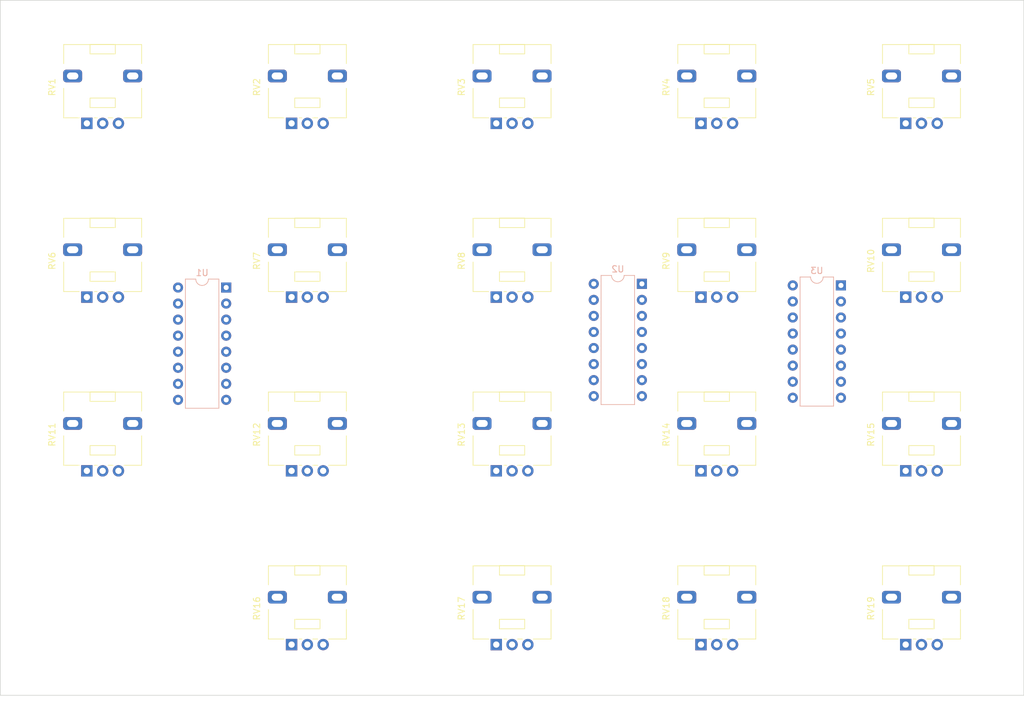
<source format=kicad_pcb>
(kicad_pcb (version 20221018) (generator pcbnew)
  (layers (0 "F.Cu" signal) (31 "B.Cu" signal) (34 "B.Paste" user) (35 "F.Paste" user) (36 "B.SilkS" user "B.Silkscreen") (37 "F.SilkS" user "F.Silkscreen") (38 "B.Mask" user) (39 "F.Mask" user) (44 "Edge.Cuts" user))
  (net 0 "")
  (net 1 "+3.3V")
  (net 2 "GND")
  (net 3 "SIG_POT1")
  (net 4 "SIG_POT2")
  (net 6 "MUX_S2")
  (net 7 "MUX_S1")
  (net 8 "MUX_S0")
  (net 9 "+5V")
  (net 10 "SIG_POT3")
  (net 11 "SIG_POT4")
  (net 12 "SIG_POT5")
  (net 13 "SIG_POT6")
  (net 14 "SIG_POT7")
  (net 15 "SIG_POT8")
  (net 16 "SIG_POT9")
  (net 17 "SIG_POT10")
  (net 18 "SIG_POT11")
  (net 19 "SIG_POT12")
  (net 20 "SIG_POT13")
  (net 21 "SIG_POT14")
  (net 22 "SIG_POT15")
  (net 23 "SIG_POT16")
  (net 24 "SIG_POT17")
  (net 25 "SIG_POT18")
  (net 26 "SIG_POT19")
  (net 27 "SIG_BTN1")
  (footprint "Potentiometer_THT:Potentiometer_Alps_RK09L_Single_Vertical" (layer "F.Cu") (at 66.1 121.975 90)
    (fp_text reference "RV16" (at 5.725 -5.5 90) (layer "F.SilkS"))
    (fp_text value "R_Potentiometer")
    (fp_line (start 0.88 -3.67) (end 0.88 -1.2) (stroke (width 0.12)) (layer "F.SilkS"))
    (fp_line (start 0.88 -3.67) (end 5.546 -3.67) (stroke (width 0.12)) (layer "F.SilkS"))
    (fp_line (start 0.88 1.2) (end 0.88 1.63) (stroke (width 0.12)) (layer "F.SilkS"))
    (fp_line (start 0.88 3.371) (end 0.88 4.13) (stroke (width 0.12)) (layer "F.SilkS"))
    (fp_line (start 0.88 5.87) (end 0.88 8.67) (stroke (width 0.12)) (layer "F.SilkS"))
    (fp_line (start 0.88 8.67) (end 5.546 8.67) (stroke (width 0.12)) (layer "F.SilkS"))
    (fp_line (start 9.455 -3.67) (end 12.47 -3.67) (stroke (width 0.12)) (layer "F.SilkS"))
    (fp_line (start 9.455 8.67) (end 12.47 8.67) (stroke (width 0.12)) (layer "F.SilkS"))
    (fp_line (start 12.47 -3.67) (end 12.47 8.67) (stroke (width 0.12)) (layer "F.SilkS"))
    (fp_rect (start 2.5 0.5) (end 4 4.5) (stroke (width 0.12)) (fill none) (layer "F.SilkS"))
    (fp_rect (start 11 0.5) (end 12.5 4.5) (stroke (width 0.12)) (fill none) (layer "F.SilkS"))
    (pad "1" thru_hole rect (at 0 0 90) (size 1.8 1.8) (drill 1) (layers "*.Cu" "*.Mask") (net 2 "GND"))
    (pad "2" thru_hole circle (at 0 2.5 90) (size 1.8 1.8) (drill 1) (layers "*.Cu" "*.Mask") (net 23 "SIG_POT16"))
    (pad "3" thru_hole circle (at 0 5 90) (size 1.8 1.8) (drill 1) (layers "*.Cu" "*.Mask") (net 1 "+3.3V"))
    (pad "MP" thru_hole roundrect (at 7.5 -2.25 90) (size 2 3) (drill oval 1.1 1.8) (layers "*.Cu" "*.Mask"))
    (pad "MP" thru_hole roundrect (at 7.5 7.25 90) (size 2 3) (drill oval 1.1 1.8) (layers "*.Cu" "*.Mask"))
  )
  (footprint "Potentiometer_THT:Potentiometer_Alps_RK09L_Single_Vertical" (layer "F.Cu") (at 66.1 94.475 90)
    (fp_text reference "RV12" (at 5.725 -5.5 90) (layer "F.SilkS"))
    (fp_text value "R_Potentiometer")
    (fp_line (start 0.88 -3.67) (end 0.88 -1.2) (stroke (width 0.12)) (layer "F.SilkS"))
    (fp_line (start 0.88 -3.67) (end 5.546 -3.67) (stroke (width 0.12)) (layer "F.SilkS"))
    (fp_line (start 0.88 1.2) (end 0.88 1.63) (stroke (width 0.12)) (layer "F.SilkS"))
    (fp_line (start 0.88 3.371) (end 0.88 4.13) (stroke (width 0.12)) (layer "F.SilkS"))
    (fp_line (start 0.88 5.87) (end 0.88 8.67) (stroke (width 0.12)) (layer "F.SilkS"))
    (fp_line (start 0.88 8.67) (end 5.546 8.67) (stroke (width 0.12)) (layer "F.SilkS"))
    (fp_line (start 9.455 -3.67) (end 12.47 -3.67) (stroke (width 0.12)) (layer "F.SilkS"))
    (fp_line (start 9.455 8.67) (end 12.47 8.67) (stroke (width 0.12)) (layer "F.SilkS"))
    (fp_line (start 12.47 -3.67) (end 12.47 8.67) (stroke (width 0.12)) (layer "F.SilkS"))
    (fp_rect (start 2.5 0.5) (end 4 4.5) (stroke (width 0.12)) (fill none) (layer "F.SilkS"))
    (fp_rect (start 11 0.5) (end 12.5 4.5) (stroke (width 0.12)) (fill none) (layer "F.SilkS"))
    (pad "1" thru_hole rect (at 0 0 90) (size 1.8 1.8) (drill 1) (layers "*.Cu" "*.Mask") (net 2 "GND"))
    (pad "2" thru_hole circle (at 0 2.5 90) (size 1.8 1.8) (drill 1) (layers "*.Cu" "*.Mask") (net 19 "SIG_POT12"))
    (pad "3" thru_hole circle (at 0 5 90) (size 1.8 1.8) (drill 1) (layers "*.Cu" "*.Mask") (net 1 "+3.3V"))
    (pad "MP" thru_hole roundrect (at 7.5 -2.25 90) (size 2 3) (drill oval 1.1 1.8) (layers "*.Cu" "*.Mask"))
    (pad "MP" thru_hole roundrect (at 7.5 7.25 90) (size 2 3) (drill oval 1.1 1.8) (layers "*.Cu" "*.Mask"))
  )
  (footprint "Potentiometer_THT:Potentiometer_Alps_RK09L_Single_Vertical" (layer "F.Cu") (at 130.9 121.975 90)
    (fp_text reference "RV18" (at 5.725 -5.5 90) (layer "F.SilkS"))
    (fp_text value "R_Potentiometer")
    (fp_line (start 0.88 -3.67) (end 0.88 -1.2) (stroke (width 0.12)) (layer "F.SilkS"))
    (fp_line (start 0.88 -3.67) (end 5.546 -3.67) (stroke (width 0.12)) (layer "F.SilkS"))
    (fp_line (start 0.88 1.2) (end 0.88 1.63) (stroke (width 0.12)) (layer "F.SilkS"))
    (fp_line (start 0.88 3.371) (end 0.88 4.13) (stroke (width 0.12)) (layer "F.SilkS"))
    (fp_line (start 0.88 5.87) (end 0.88 8.67) (stroke (width 0.12)) (layer "F.SilkS"))
    (fp_line (start 0.88 8.67) (end 5.546 8.67) (stroke (width 0.12)) (layer "F.SilkS"))
    (fp_line (start 9.455 -3.67) (end 12.47 -3.67) (stroke (width 0.12)) (layer "F.SilkS"))
    (fp_line (start 9.455 8.67) (end 12.47 8.67) (stroke (width 0.12)) (layer "F.SilkS"))
    (fp_line (start 12.47 -3.67) (end 12.47 8.67) (stroke (width 0.12)) (layer "F.SilkS"))
    (fp_rect (start 2.5 0.5) (end 4 4.5) (stroke (width 0.12)) (fill none) (layer "F.SilkS"))
    (fp_rect (start 11 0.5) (end 12.5 4.5) (stroke (width 0.12)) (fill none) (layer "F.SilkS"))
    (pad "1" thru_hole rect (at 0 0 90) (size 1.8 1.8) (drill 1) (layers "*.Cu" "*.Mask") (net 2 "GND"))
    (pad "2" thru_hole circle (at 0 2.5 90) (size 1.8 1.8) (drill 1) (layers "*.Cu" "*.Mask") (net 25 "SIG_POT18"))
    (pad "3" thru_hole circle (at 0 5 90) (size 1.8 1.8) (drill 1) (layers "*.Cu" "*.Mask") (net 1 "+3.3V"))
    (pad "MP" thru_hole roundrect (at 7.5 -2.25 90) (size 2 3) (drill oval 1.1 1.8) (layers "*.Cu" "*.Mask"))
    (pad "MP" thru_hole roundrect (at 7.5 7.25 90) (size 2 3) (drill oval 1.1 1.8) (layers "*.Cu" "*.Mask"))
  )
  (footprint "Potentiometer_THT:Potentiometer_Alps_RK09L_Single_Vertical" (layer "F.Cu") (at 98.5 121.975 90)
    (fp_text reference "RV17" (at 5.725 -5.5 90) (layer "F.SilkS"))
    (fp_text value "R_Potentiometer")
    (fp_line (start 0.88 -3.67) (end 0.88 -1.2) (stroke (width 0.12)) (layer "F.SilkS"))
    (fp_line (start 0.88 -3.67) (end 5.546 -3.67) (stroke (width 0.12)) (layer "F.SilkS"))
    (fp_line (start 0.88 1.2) (end 0.88 1.63) (stroke (width 0.12)) (layer "F.SilkS"))
    (fp_line (start 0.88 3.371) (end 0.88 4.13) (stroke (width 0.12)) (layer "F.SilkS"))
    (fp_line (start 0.88 5.87) (end 0.88 8.67) (stroke (width 0.12)) (layer "F.SilkS"))
    (fp_line (start 0.88 8.67) (end 5.546 8.67) (stroke (width 0.12)) (layer "F.SilkS"))
    (fp_line (start 9.455 -3.67) (end 12.47 -3.67) (stroke (width 0.12)) (layer "F.SilkS"))
    (fp_line (start 9.455 8.67) (end 12.47 8.67) (stroke (width 0.12)) (layer "F.SilkS"))
    (fp_line (start 12.47 -3.67) (end 12.47 8.67) (stroke (width 0.12)) (layer "F.SilkS"))
    (fp_rect (start 2.5 0.5) (end 4 4.5) (stroke (width 0.12)) (fill none) (layer "F.SilkS"))
    (fp_rect (start 11 0.5) (end 12.5 4.5) (stroke (width 0.12)) (fill none) (layer "F.SilkS"))
    (pad "1" thru_hole rect (at 0 0 90) (size 1.8 1.8) (drill 1) (layers "*.Cu" "*.Mask") (net 2 "GND"))
    (pad "2" thru_hole circle (at 0 2.5 90) (size 1.8 1.8) (drill 1) (layers "*.Cu" "*.Mask") (net 24 "SIG_POT17"))
    (pad "3" thru_hole circle (at 0 5 90) (size 1.8 1.8) (drill 1) (layers "*.Cu" "*.Mask") (net 1 "+3.3V"))
    (pad "MP" thru_hole roundrect (at 7.5 -2.25 90) (size 2 3) (drill oval 1.1 1.8) (layers "*.Cu" "*.Mask"))
    (pad "MP" thru_hole roundrect (at 7.5 7.25 90) (size 2 3) (drill oval 1.1 1.8) (layers "*.Cu" "*.Mask"))
  )
  (footprint "Potentiometer_THT:Potentiometer_Alps_RK09L_Single_Vertical" (layer "F.Cu") (at 163.3 39.475 90)
    (fp_text reference "RV5" (at 5.725 -5.5 90) (layer "F.SilkS"))
    (fp_text value "R_Potentiometer")
    (fp_line (start 0.88 -3.67) (end 0.88 -1.2) (stroke (width 0.12)) (layer "F.SilkS"))
    (fp_line (start 0.88 -3.67) (end 5.546 -3.67) (stroke (width 0.12)) (layer "F.SilkS"))
    (fp_line (start 0.88 1.2) (end 0.88 1.63) (stroke (width 0.12)) (layer "F.SilkS"))
    (fp_line (start 0.88 3.371) (end 0.88 4.13) (stroke (width 0.12)) (layer "F.SilkS"))
    (fp_line (start 0.88 5.87) (end 0.88 8.67) (stroke (width 0.12)) (layer "F.SilkS"))
    (fp_line (start 0.88 8.67) (end 5.546 8.67) (stroke (width 0.12)) (layer "F.SilkS"))
    (fp_line (start 9.455 -3.67) (end 12.47 -3.67) (stroke (width 0.12)) (layer "F.SilkS"))
    (fp_line (start 9.455 8.67) (end 12.47 8.67) (stroke (width 0.12)) (layer "F.SilkS"))
    (fp_line (start 12.47 -3.67) (end 12.47 8.67) (stroke (width 0.12)) (layer "F.SilkS"))
    (fp_rect (start 2.5 0.5) (end 4 4.5) (stroke (width 0.12)) (fill none) (layer "F.SilkS"))
    (fp_rect (start 11 0.5) (end 12.5 4.5) (stroke (width 0.12)) (fill none) (layer "F.SilkS"))
    (pad "1" thru_hole rect (at 0 0 90) (size 1.8 1.8) (drill 1) (layers "*.Cu" "*.Mask") (net 2 "GND"))
    (pad "2" thru_hole circle (at 0 2.5 90) (size 1.8 1.8) (drill 1) (layers "*.Cu" "*.Mask") (net 12 "SIG_POT5"))
    (pad "3" thru_hole circle (at 0 5 90) (size 1.8 1.8) (drill 1) (layers "*.Cu" "*.Mask") (net 1 "+3.3V"))
    (pad "MP" thru_hole roundrect (at 7.5 -2.25 90) (size 2 3) (drill oval 1.1 1.8) (layers "*.Cu" "*.Mask"))
    (pad "MP" thru_hole roundrect (at 7.5 7.25 90) (size 2 3) (drill oval 1.1 1.8) (layers "*.Cu" "*.Mask"))
  )
  (footprint "Potentiometer_THT:Potentiometer_Alps_RK09L_Single_Vertical" (layer "F.Cu") (at 33.7 94.475 90)
    (fp_text reference "RV11" (at 5.725 -5.5 90) (layer "F.SilkS"))
    (fp_text value "R_Potentiometer")
    (fp_line (start 0.88 -3.67) (end 0.88 -1.2) (stroke (width 0.12)) (layer "F.SilkS"))
    (fp_line (start 0.88 -3.67) (end 5.546 -3.67) (stroke (width 0.12)) (layer "F.SilkS"))
    (fp_line (start 0.88 1.2) (end 0.88 1.63) (stroke (width 0.12)) (layer "F.SilkS"))
    (fp_line (start 0.88 3.371) (end 0.88 4.13) (stroke (width 0.12)) (layer "F.SilkS"))
    (fp_line (start 0.88 5.87) (end 0.88 8.67) (stroke (width 0.12)) (layer "F.SilkS"))
    (fp_line (start 0.88 8.67) (end 5.546 8.67) (stroke (width 0.12)) (layer "F.SilkS"))
    (fp_line (start 9.455 -3.67) (end 12.47 -3.67) (stroke (width 0.12)) (layer "F.SilkS"))
    (fp_line (start 9.455 8.67) (end 12.47 8.67) (stroke (width 0.12)) (layer "F.SilkS"))
    (fp_line (start 12.47 -3.67) (end 12.47 8.67) (stroke (width 0.12)) (layer "F.SilkS"))
    (fp_rect (start 2.5 0.5) (end 4 4.5) (stroke (width 0.12)) (fill none) (layer "F.SilkS"))
    (fp_rect (start 11 0.5) (end 12.5 4.5) (stroke (width 0.12)) (fill none) (layer "F.SilkS"))
    (pad "1" thru_hole rect (at 0 0 90) (size 1.8 1.8) (drill 1) (layers "*.Cu" "*.Mask") (net 2 "GND"))
    (pad "2" thru_hole circle (at 0 2.5 90) (size 1.8 1.8) (drill 1) (layers "*.Cu" "*.Mask") (net 18 "SIG_POT11"))
    (pad "3" thru_hole circle (at 0 5 90) (size 1.8 1.8) (drill 1) (layers "*.Cu" "*.Mask") (net 1 "+3.3V"))
    (pad "MP" thru_hole roundrect (at 7.5 -2.25 90) (size 2 3) (drill oval 1.1 1.8) (layers "*.Cu" "*.Mask"))
    (pad "MP" thru_hole roundrect (at 7.5 7.25 90) (size 2 3) (drill oval 1.1 1.8) (layers "*.Cu" "*.Mask"))
  )
  (footprint "Potentiometer_THT:Potentiometer_Alps_RK09L_Single_Vertical" (layer "F.Cu") (at 98.5 94.475 90)
    (fp_text reference "RV13" (at 5.725 -5.5 90) (layer "F.SilkS"))
    (fp_text value "R_Potentiometer")
    (fp_line (start 0.88 -3.67) (end 0.88 -1.2) (stroke (width 0.12)) (layer "F.SilkS"))
    (fp_line (start 0.88 -3.67) (end 5.546 -3.67) (stroke (width 0.12)) (layer "F.SilkS"))
    (fp_line (start 0.88 1.2) (end 0.88 1.63) (stroke (width 0.12)) (layer "F.SilkS"))
    (fp_line (start 0.88 3.371) (end 0.88 4.13) (stroke (width 0.12)) (layer "F.SilkS"))
    (fp_line (start 0.88 5.87) (end 0.88 8.67) (stroke (width 0.12)) (layer "F.SilkS"))
    (fp_line (start 0.88 8.67) (end 5.546 8.67) (stroke (width 0.12)) (layer "F.SilkS"))
    (fp_line (start 9.455 -3.67) (end 12.47 -3.67) (stroke (width 0.12)) (layer "F.SilkS"))
    (fp_line (start 9.455 8.67) (end 12.47 8.67) (stroke (width 0.12)) (layer "F.SilkS"))
    (fp_line (start 12.47 -3.67) (end 12.47 8.67) (stroke (width 0.12)) (layer "F.SilkS"))
    (fp_rect (start 2.5 0.5) (end 4 4.5) (stroke (width 0.12)) (fill none) (layer "F.SilkS"))
    (fp_rect (start 11 0.5) (end 12.5 4.5) (stroke (width 0.12)) (fill none) (layer "F.SilkS"))
    (pad "1" thru_hole rect (at 0 0 90) (size 1.8 1.8) (drill 1) (layers "*.Cu" "*.Mask") (net 2 "GND"))
    (pad "2" thru_hole circle (at 0 2.5 90) (size 1.8 1.8) (drill 1) (layers "*.Cu" "*.Mask") (net 20 "SIG_POT13"))
    (pad "3" thru_hole circle (at 0 5 90) (size 1.8 1.8) (drill 1) (layers "*.Cu" "*.Mask") (net 1 "+3.3V"))
    (pad "MP" thru_hole roundrect (at 7.5 -2.25 90) (size 2 3) (drill oval 1.1 1.8) (layers "*.Cu" "*.Mask"))
    (pad "MP" thru_hole roundrect (at 7.5 7.25 90) (size 2 3) (drill oval 1.1 1.8) (layers "*.Cu" "*.Mask"))
  )
  (footprint "Potentiometer_THT:Potentiometer_Alps_RK09L_Single_Vertical" (layer "F.Cu") (at 163.3 121.975 90)
    (fp_text reference "RV19" (at 5.725 -5.5 90) (layer "F.SilkS"))
    (fp_text value "R_Potentiometer")
    (fp_line (start 0.88 -3.67) (end 0.88 -1.2) (stroke (width 0.12)) (layer "F.SilkS"))
    (fp_line (start 0.88 -3.67) (end 5.546 -3.67) (stroke (width 0.12)) (layer "F.SilkS"))
    (fp_line (start 0.88 1.2) (end 0.88 1.63) (stroke (width 0.12)) (layer "F.SilkS"))
    (fp_line (start 0.88 3.371) (end 0.88 4.13) (stroke (width 0.12)) (layer "F.SilkS"))
    (fp_line (start 0.88 5.87) (end 0.88 8.67) (stroke (width 0.12)) (layer "F.SilkS"))
    (fp_line (start 0.88 8.67) (end 5.546 8.67) (stroke (width 0.12)) (layer "F.SilkS"))
    (fp_line (start 9.455 -3.67) (end 12.47 -3.67) (stroke (width 0.12)) (layer "F.SilkS"))
    (fp_line (start 9.455 8.67) (end 12.47 8.67) (stroke (width 0.12)) (layer "F.SilkS"))
    (fp_line (start 12.47 -3.67) (end 12.47 8.67) (stroke (width 0.12)) (layer "F.SilkS"))
    (fp_rect (start 2.5 0.5) (end 4 4.5) (stroke (width 0.12)) (fill none) (layer "F.SilkS"))
    (fp_rect (start 11 0.5) (end 12.5 4.5) (stroke (width 0.12)) (fill none) (layer "F.SilkS"))
    (pad "1" thru_hole rect (at 0 0 90) (size 1.8 1.8) (drill 1) (layers "*.Cu" "*.Mask") (net 2 "GND"))
    (pad "2" thru_hole circle (at 0 2.5 90) (size 1.8 1.8) (drill 1) (layers "*.Cu" "*.Mask") (net 26 "SIG_POT19"))
    (pad "3" thru_hole circle (at 0 5 90) (size 1.8 1.8) (drill 1) (layers "*.Cu" "*.Mask") (net 1 "+3.3V"))
    (pad "MP" thru_hole roundrect (at 7.5 -2.25 90) (size 2 3) (drill oval 1.1 1.8) (layers "*.Cu" "*.Mask"))
    (pad "MP" thru_hole roundrect (at 7.5 7.25 90) (size 2 3) (drill oval 1.1 1.8) (layers "*.Cu" "*.Mask"))
  )
  (footprint "Potentiometer_THT:Potentiometer_Alps_RK09L_Single_Vertical" (layer "F.Cu") (at 33.7 66.975 90)
    (fp_text reference "RV6" (at 5.725 -5.5 90) (layer "F.SilkS"))
    (fp_text value "R_Potentiometer")
    (fp_line (start 0.88 -3.67) (end 0.88 -1.2) (stroke (width 0.12)) (layer "F.SilkS"))
    (fp_line (start 0.88 -3.67) (end 5.546 -3.67) (stroke (width 0.12)) (layer "F.SilkS"))
    (fp_line (start 0.88 1.2) (end 0.88 1.63) (stroke (width 0.12)) (layer "F.SilkS"))
    (fp_line (start 0.88 3.371) (end 0.88 4.13) (stroke (width 0.12)) (layer "F.SilkS"))
    (fp_line (start 0.88 5.87) (end 0.88 8.67) (stroke (width 0.12)) (layer "F.SilkS"))
    (fp_line (start 0.88 8.67) (end 5.546 8.67) (stroke (width 0.12)) (layer "F.SilkS"))
    (fp_line (start 9.455 -3.67) (end 12.47 -3.67) (stroke (width 0.12)) (layer "F.SilkS"))
    (fp_line (start 9.455 8.67) (end 12.47 8.67) (stroke (width 0.12)) (layer "F.SilkS"))
    (fp_line (start 12.47 -3.67) (end 12.47 8.67) (stroke (width 0.12)) (layer "F.SilkS"))
    (fp_rect (start 2.5 0.5) (end 4 4.5) (stroke (width 0.12)) (fill none) (layer "F.SilkS"))
    (fp_rect (start 11 0.5) (end 12.5 4.5) (stroke (width 0.12)) (fill none) (layer "F.SilkS"))
    (pad "1" thru_hole rect (at 0 0 90) (size 1.8 1.8) (drill 1) (layers "*.Cu" "*.Mask") (net 2 "GND"))
    (pad "2" thru_hole circle (at 0 2.5 90) (size 1.8 1.8) (drill 1) (layers "*.Cu" "*.Mask") (net 13 "SIG_POT6"))
    (pad "3" thru_hole circle (at 0 5 90) (size 1.8 1.8) (drill 1) (layers "*.Cu" "*.Mask") (net 1 "+3.3V"))
    (pad "MP" thru_hole roundrect (at 7.5 -2.25 90) (size 2 3) (drill oval 1.1 1.8) (layers "*.Cu" "*.Mask"))
    (pad "MP" thru_hole roundrect (at 7.5 7.25 90) (size 2 3) (drill oval 1.1 1.8) (layers "*.Cu" "*.Mask"))
  )
  (footprint "Potentiometer_THT:Potentiometer_Alps_RK09L_Single_Vertical" (layer "F.Cu") (at 130.9 39.475 90)
    (fp_text reference "RV4" (at 5.725 -5.5 90) (layer "F.SilkS"))
    (fp_text value "R_Potentiometer")
    (fp_line (start 0.88 -3.67) (end 0.88 -1.2) (stroke (width 0.12)) (layer "F.SilkS"))
    (fp_line (start 0.88 -3.67) (end 5.546 -3.67) (stroke (width 0.12)) (layer "F.SilkS"))
    (fp_line (start 0.88 1.2) (end 0.88 1.63) (stroke (width 0.12)) (layer "F.SilkS"))
    (fp_line (start 0.88 3.371) (end 0.88 4.13) (stroke (width 0.12)) (layer "F.SilkS"))
    (fp_line (start 0.88 5.87) (end 0.88 8.67) (stroke (width 0.12)) (layer "F.SilkS"))
    (fp_line (start 0.88 8.67) (end 5.546 8.67) (stroke (width 0.12)) (layer "F.SilkS"))
    (fp_line (start 9.455 -3.67) (end 12.47 -3.67) (stroke (width 0.12)) (layer "F.SilkS"))
    (fp_line (start 9.455 8.67) (end 12.47 8.67) (stroke (width 0.12)) (layer "F.SilkS"))
    (fp_line (start 12.47 -3.67) (end 12.47 8.67) (stroke (width 0.12)) (layer "F.SilkS"))
    (fp_rect (start 2.5 0.5) (end 4 4.5) (stroke (width 0.12)) (fill none) (layer "F.SilkS"))
    (fp_rect (start 11 0.5) (end 12.5 4.5) (stroke (width 0.12)) (fill none) (layer "F.SilkS"))
    (pad "1" thru_hole rect (at 0 0 90) (size 1.8 1.8) (drill 1) (layers "*.Cu" "*.Mask") (net 2 "GND"))
    (pad "2" thru_hole circle (at 0 2.5 90) (size 1.8 1.8) (drill 1) (layers "*.Cu" "*.Mask") (net 11 "SIG_POT4"))
    (pad "3" thru_hole circle (at 0 5 90) (size 1.8 1.8) (drill 1) (layers "*.Cu" "*.Mask") (net 1 "+3.3V"))
    (pad "MP" thru_hole roundrect (at 7.5 -2.25 90) (size 2 3) (drill oval 1.1 1.8) (layers "*.Cu" "*.Mask"))
    (pad "MP" thru_hole roundrect (at 7.5 7.25 90) (size 2 3) (drill oval 1.1 1.8) (layers "*.Cu" "*.Mask"))
  )
  (footprint "Potentiometer_THT:Potentiometer_Alps_RK09L_Single_Vertical" (layer "F.Cu") (at 66.1 39.475 90)
    (fp_text reference "RV2" (at 5.725 -5.5 90) (layer "F.SilkS"))
    (fp_text value "R_Potentiometer")
    (fp_line (start 0.88 -3.67) (end 0.88 -1.2) (stroke (width 0.12)) (layer "F.SilkS"))
    (fp_line (start 0.88 -3.67) (end 5.546 -3.67) (stroke (width 0.12)) (layer "F.SilkS"))
    (fp_line (start 0.88 1.2) (end 0.88 1.63) (stroke (width 0.12)) (layer "F.SilkS"))
    (fp_line (start 0.88 3.371) (end 0.88 4.13) (stroke (width 0.12)) (layer "F.SilkS"))
    (fp_line (start 0.88 5.87) (end 0.88 8.67) (stroke (width 0.12)) (layer "F.SilkS"))
    (fp_line (start 0.88 8.67) (end 5.546 8.67) (stroke (width 0.12)) (layer "F.SilkS"))
    (fp_line (start 9.455 -3.67) (end 12.47 -3.67) (stroke (width 0.12)) (layer "F.SilkS"))
    (fp_line (start 9.455 8.67) (end 12.47 8.67) (stroke (width 0.12)) (layer "F.SilkS"))
    (fp_line (start 12.47 -3.67) (end 12.47 8.67) (stroke (width 0.12)) (layer "F.SilkS"))
    (fp_rect (start 2.5 0.5) (end 4 4.5) (stroke (width 0.12)) (fill none) (layer "F.SilkS"))
    (fp_rect (start 11 0.5) (end 12.5 4.5) (stroke (width 0.12)) (fill none) (layer "F.SilkS"))
    (pad "1" thru_hole rect (at 0 0 90) (size 1.8 1.8) (drill 1) (layers "*.Cu" "*.Mask") (net 2 "GND"))
    (pad "2" thru_hole circle (at 0 2.5 90) (size 1.8 1.8) (drill 1) (layers "*.Cu" "*.Mask") (net 4 "SIG_POT2"))
    (pad "3" thru_hole circle (at 0 5 90) (size 1.8 1.8) (drill 1) (layers "*.Cu" "*.Mask") (net 1 "+3.3V"))
    (pad "MP" thru_hole roundrect (at 7.5 -2.25 90) (size 2 3) (drill oval 1.1 1.8) (layers "*.Cu" "*.Mask"))
    (pad "MP" thru_hole roundrect (at 7.5 7.25 90) (size 2 3) (drill oval 1.1 1.8) (layers "*.Cu" "*.Mask"))
  )
  (footprint "Potentiometer_THT:Potentiometer_Alps_RK09L_Single_Vertical" (layer "F.Cu") (at 98.5 66.975 90)
    (fp_text reference "RV8" (at 5.725 -5.5 90) (layer "F.SilkS"))
    (fp_text value "R_Potentiometer")
    (fp_line (start 0.88 -3.67) (end 0.88 -1.2) (stroke (width 0.12)) (layer "F.SilkS"))
    (fp_line (start 0.88 -3.67) (end 5.546 -3.67) (stroke (width 0.12)) (layer "F.SilkS"))
    (fp_line (start 0.88 1.2) (end 0.88 1.63) (stroke (width 0.12)) (layer "F.SilkS"))
    (fp_line (start 0.88 3.371) (end 0.88 4.13) (stroke (width 0.12)) (layer "F.SilkS"))
    (fp_line (start 0.88 5.87) (end 0.88 8.67) (stroke (width 0.12)) (layer "F.SilkS"))
    (fp_line (start 0.88 8.67) (end 5.546 8.67) (stroke (width 0.12)) (layer "F.SilkS"))
    (fp_line (start 9.455 -3.67) (end 12.47 -3.67) (stroke (width 0.12)) (layer "F.SilkS"))
    (fp_line (start 9.455 8.67) (end 12.47 8.67) (stroke (width 0.12)) (layer "F.SilkS"))
    (fp_line (start 12.47 -3.67) (end 12.47 8.67) (stroke (width 0.12)) (layer "F.SilkS"))
    (fp_rect (start 2.5 0.5) (end 4 4.5) (stroke (width 0.12)) (fill none) (layer "F.SilkS"))
    (fp_rect (start 11 0.5) (end 12.5 4.5) (stroke (width 0.12)) (fill none) (layer "F.SilkS"))
    (pad "1" thru_hole rect (at 0 0 90) (size 1.8 1.8) (drill 1) (layers "*.Cu" "*.Mask") (net 2 "GND"))
    (pad "2" thru_hole circle (at 0 2.5 90) (size 1.8 1.8) (drill 1) (layers "*.Cu" "*.Mask") (net 15 "SIG_POT8"))
    (pad "3" thru_hole circle (at 0 5 90) (size 1.8 1.8) (drill 1) (layers "*.Cu" "*.Mask") (net 1 "+3.3V"))
    (pad "MP" thru_hole roundrect (at 7.5 -2.25 90) (size 2 3) (drill oval 1.1 1.8) (layers "*.Cu" "*.Mask"))
    (pad "MP" thru_hole roundrect (at 7.5 7.25 90) (size 2 3) (drill oval 1.1 1.8) (layers "*.Cu" "*.Mask"))
  )
  (footprint "Potentiometer_THT:Potentiometer_Alps_RK09L_Single_Vertical" (layer "F.Cu") (at 66.1 66.975 90)
    (fp_text reference "RV7" (at 5.725 -5.5 90) (layer "F.SilkS"))
    (fp_text value "R_Potentiometer")
    (fp_line (start 0.88 -3.67) (end 0.88 -1.2) (stroke (width 0.12)) (layer "F.SilkS"))
    (fp_line (start 0.88 -3.67) (end 5.546 -3.67) (stroke (width 0.12)) (layer "F.SilkS"))
    (fp_line (start 0.88 1.2) (end 0.88 1.63) (stroke (width 0.12)) (layer "F.SilkS"))
    (fp_line (start 0.88 3.371) (end 0.88 4.13) (stroke (width 0.12)) (layer "F.SilkS"))
    (fp_line (start 0.88 5.87) (end 0.88 8.67) (stroke (width 0.12)) (layer "F.SilkS"))
    (fp_line (start 0.88 8.67) (end 5.546 8.67) (stroke (width 0.12)) (layer "F.SilkS"))
    (fp_line (start 9.455 -3.67) (end 12.47 -3.67) (stroke (width 0.12)) (layer "F.SilkS"))
    (fp_line (start 9.455 8.67) (end 12.47 8.67) (stroke (width 0.12)) (layer "F.SilkS"))
    (fp_line (start 12.47 -3.67) (end 12.47 8.67) (stroke (width 0.12)) (layer "F.SilkS"))
    (fp_rect (start 2.5 0.5) (end 4 4.5) (stroke (width 0.12)) (fill none) (layer "F.SilkS"))
    (fp_rect (start 11 0.5) (end 12.5 4.5) (stroke (width 0.12)) (fill none) (layer "F.SilkS"))
    (pad "1" thru_hole rect (at 0 0 90) (size 1.8 1.8) (drill 1) (layers "*.Cu" "*.Mask") (net 2 "GND"))
    (pad "2" thru_hole circle (at 0 2.5 90) (size 1.8 1.8) (drill 1) (layers "*.Cu" "*.Mask") (net 14 "SIG_POT7"))
    (pad "3" thru_hole circle (at 0 5 90) (size 1.8 1.8) (drill 1) (layers "*.Cu" "*.Mask") (net 1 "+3.3V"))
    (pad "MP" thru_hole roundrect (at 7.5 -2.25 90) (size 2 3) (drill oval 1.1 1.8) (layers "*.Cu" "*.Mask"))
    (pad "MP" thru_hole roundrect (at 7.5 7.25 90) (size 2 3) (drill oval 1.1 1.8) (layers "*.Cu" "*.Mask"))
  )
  (footprint "Potentiometer_THT:Potentiometer_Alps_RK09L_Single_Vertical" (layer "F.Cu") (at 163.3 94.475 90)
    (fp_text reference "RV15" (at 5.725 -5.5 90) (layer "F.SilkS"))
    (fp_text value "R_Potentiometer")
    (fp_line (start 0.88 -3.67) (end 0.88 -1.2) (stroke (width 0.12)) (layer "F.SilkS"))
    (fp_line (start 0.88 -3.67) (end 5.546 -3.67) (stroke (width 0.12)) (layer "F.SilkS"))
    (fp_line (start 0.88 1.2) (end 0.88 1.63) (stroke (width 0.12)) (layer "F.SilkS"))
    (fp_line (start 0.88 3.371) (end 0.88 4.13) (stroke (width 0.12)) (layer "F.SilkS"))
    (fp_line (start 0.88 5.87) (end 0.88 8.67) (stroke (width 0.12)) (layer "F.SilkS"))
    (fp_line (start 0.88 8.67) (end 5.546 8.67) (stroke (width 0.12)) (layer "F.SilkS"))
    (fp_line (start 9.455 -3.67) (end 12.47 -3.67) (stroke (width 0.12)) (layer "F.SilkS"))
    (fp_line (start 9.455 8.67) (end 12.47 8.67) (stroke (width 0.12)) (layer "F.SilkS"))
    (fp_line (start 12.47 -3.67) (end 12.47 8.67) (stroke (width 0.12)) (layer "F.SilkS"))
    (fp_rect (start 2.5 0.5) (end 4 4.5) (stroke (width 0.12)) (fill none) (layer "F.SilkS"))
    (fp_rect (start 11 0.5) (end 12.5 4.5) (stroke (width 0.12)) (fill none) (layer "F.SilkS"))
    (pad "1" thru_hole rect (at 0 0 90) (size 1.8 1.8) (drill 1) (layers "*.Cu" "*.Mask") (net 2 "GND"))
    (pad "2" thru_hole circle (at 0 2.5 90) (size 1.8 1.8) (drill 1) (layers "*.Cu" "*.Mask") (net 22 "SIG_POT15"))
    (pad "3" thru_hole circle (at 0 5 90) (size 1.8 1.8) (drill 1) (layers "*.Cu" "*.Mask") (net 1 "+3.3V"))
    (pad "MP" thru_hole roundrect (at 7.5 -2.25 90) (size 2 3) (drill oval 1.1 1.8) (layers "*.Cu" "*.Mask"))
    (pad "MP" thru_hole roundrect (at 7.5 7.25 90) (size 2 3) (drill oval 1.1 1.8) (layers "*.Cu" "*.Mask"))
  )
  (footprint "Potentiometer_THT:Potentiometer_Alps_RK09L_Single_Vertical" (layer "F.Cu") (at 98.5 39.475 90)
    (fp_text reference "RV3" (at 5.725 -5.5 90) (layer "F.SilkS"))
    (fp_text value "R_Potentiometer")
    (fp_line (start 0.88 -3.67) (end 0.88 -1.2) (stroke (width 0.12)) (layer "F.SilkS"))
    (fp_line (start 0.88 -3.67) (end 5.546 -3.67) (stroke (width 0.12)) (layer "F.SilkS"))
    (fp_line (start 0.88 1.2) (end 0.88 1.63) (stroke (width 0.12)) (layer "F.SilkS"))
    (fp_line (start 0.88 3.371) (end 0.88 4.13) (stroke (width 0.12)) (layer "F.SilkS"))
    (fp_line (start 0.88 5.87) (end 0.88 8.67) (stroke (width 0.12)) (layer "F.SilkS"))
    (fp_line (start 0.88 8.67) (end 5.546 8.67) (stroke (width 0.12)) (layer "F.SilkS"))
    (fp_line (start 9.455 -3.67) (end 12.47 -3.67) (stroke (width 0.12)) (layer "F.SilkS"))
    (fp_line (start 9.455 8.67) (end 12.47 8.67) (stroke (width 0.12)) (layer "F.SilkS"))
    (fp_line (start 12.47 -3.67) (end 12.47 8.67) (stroke (width 0.12)) (layer "F.SilkS"))
    (fp_rect (start 2.5 0.5) (end 4 4.5) (stroke (width 0.12)) (fill none) (layer "F.SilkS"))
    (fp_rect (start 11 0.5) (end 12.5 4.5) (stroke (width 0.12)) (fill none) (layer "F.SilkS"))
    (pad "1" thru_hole rect (at 0 0 90) (size 1.8 1.8) (drill 1) (layers "*.Cu" "*.Mask") (net 2 "GND"))
    (pad "2" thru_hole circle (at 0 2.5 90) (size 1.8 1.8) (drill 1) (layers "*.Cu" "*.Mask") (net 10 "SIG_POT3"))
    (pad "3" thru_hole circle (at 0 5 90) (size 1.8 1.8) (drill 1) (layers "*.Cu" "*.Mask") (net 1 "+3.3V"))
    (pad "MP" thru_hole roundrect (at 7.5 -2.25 90) (size 2 3) (drill oval 1.1 1.8) (layers "*.Cu" "*.Mask"))
    (pad "MP" thru_hole roundrect (at 7.5 7.25 90) (size 2 3) (drill oval 1.1 1.8) (layers "*.Cu" "*.Mask"))
  )
  (footprint "Potentiometer_THT:Potentiometer_Alps_RK09L_Single_Vertical" (layer "F.Cu") (at 130.9 94.475 90)
    (fp_text reference "RV14" (at 5.725 -5.5 90) (layer "F.SilkS"))
    (fp_text value "R_Potentiometer")
    (fp_line (start 0.88 -3.67) (end 0.88 -1.2) (stroke (width 0.12)) (layer "F.SilkS"))
    (fp_line (start 0.88 -3.67) (end 5.546 -3.67) (stroke (width 0.12)) (layer "F.SilkS"))
    (fp_line (start 0.88 1.2) (end 0.88 1.63) (stroke (width 0.12)) (layer "F.SilkS"))
    (fp_line (start 0.88 3.371) (end 0.88 4.13) (stroke (width 0.12)) (layer "F.SilkS"))
    (fp_line (start 0.88 5.87) (end 0.88 8.67) (stroke (width 0.12)) (layer "F.SilkS"))
    (fp_line (start 0.88 8.67) (end 5.546 8.67) (stroke (width 0.12)) (layer "F.SilkS"))
    (fp_line (start 9.455 -3.67) (end 12.47 -3.67) (stroke (width 0.12)) (layer "F.SilkS"))
    (fp_line (start 9.455 8.67) (end 12.47 8.67) (stroke (width 0.12)) (layer "F.SilkS"))
    (fp_line (start 12.47 -3.67) (end 12.47 8.67) (stroke (width 0.12)) (layer "F.SilkS"))
    (fp_rect (start 2.5 0.5) (end 4 4.5) (stroke (width 0.12)) (fill none) (layer "F.SilkS"))
    (fp_rect (start 11 0.5) (end 12.5 4.5) (stroke (width 0.12)) (fill none) (layer "F.SilkS"))
    (pad "1" thru_hole rect (at 0 0 90) (size 1.8 1.8) (drill 1) (layers "*.Cu" "*.Mask") (net 2 "GND"))
    (pad "2" thru_hole circle (at 0 2.5 90) (size 1.8 1.8) (drill 1) (layers "*.Cu" "*.Mask") (net 21 "SIG_POT14"))
    (pad "3" thru_hole circle (at 0 5 90) (size 1.8 1.8) (drill 1) (layers "*.Cu" "*.Mask") (net 1 "+3.3V"))
    (pad "MP" thru_hole roundrect (at 7.5 -2.25 90) (size 2 3) (drill oval 1.1 1.8) (layers "*.Cu" "*.Mask"))
    (pad "MP" thru_hole roundrect (at 7.5 7.25 90) (size 2 3) (drill oval 1.1 1.8) (layers "*.Cu" "*.Mask"))
  )
  (footprint "Potentiometer_THT:Potentiometer_Alps_RK09L_Single_Vertical" (layer "F.Cu") (at 163.3 66.975 90)
    (fp_text reference "RV10" (at 5.725 -5.5 90) (layer "F.SilkS"))
    (fp_text value "R_Potentiometer")
    (fp_line (start 0.88 -3.67) (end 0.88 -1.2) (stroke (width 0.12)) (layer "F.SilkS"))
    (fp_line (start 0.88 -3.67) (end 5.546 -3.67) (stroke (width 0.12)) (layer "F.SilkS"))
    (fp_line (start 0.88 1.2) (end 0.88 1.63) (stroke (width 0.12)) (layer "F.SilkS"))
    (fp_line (start 0.88 3.371) (end 0.88 4.13) (stroke (width 0.12)) (layer "F.SilkS"))
    (fp_line (start 0.88 5.87) (end 0.88 8.67) (stroke (width 0.12)) (layer "F.SilkS"))
    (fp_line (start 0.88 8.67) (end 5.546 8.67) (stroke (width 0.12)) (layer "F.SilkS"))
    (fp_line (start 9.455 -3.67) (end 12.47 -3.67) (stroke (width 0.12)) (layer "F.SilkS"))
    (fp_line (start 9.455 8.67) (end 12.47 8.67) (stroke (width 0.12)) (layer "F.SilkS"))
    (fp_line (start 12.47 -3.67) (end 12.47 8.67) (stroke (width 0.12)) (layer "F.SilkS"))
    (fp_rect (start 2.5 0.5) (end 4 4.5) (stroke (width 0.12)) (fill none) (layer "F.SilkS"))
    (fp_rect (start 11 0.5) (end 12.5 4.5) (stroke (width 0.12)) (fill none) (layer "F.SilkS"))
    (pad "1" thru_hole rect (at 0 0 90) (size 1.8 1.8) (drill 1) (layers "*.Cu" "*.Mask") (net 2 "GND"))
    (pad "2" thru_hole circle (at 0 2.5 90) (size 1.8 1.8) (drill 1) (layers "*.Cu" "*.Mask") (net 17 "SIG_POT10"))
    (pad "3" thru_hole circle (at 0 5 90) (size 1.8 1.8) (drill 1) (layers "*.Cu" "*.Mask") (net 1 "+3.3V"))
    (pad "MP" thru_hole roundrect (at 7.5 -2.25 90) (size 2 3) (drill oval 1.1 1.8) (layers "*.Cu" "*.Mask"))
    (pad "MP" thru_hole roundrect (at 7.5 7.25 90) (size 2 3) (drill oval 1.1 1.8) (layers "*.Cu" "*.Mask"))
  )
  (footprint "Potentiometer_THT:Potentiometer_Alps_RK09L_Single_Vertical" (layer "F.Cu") (at 130.9 66.975 90)
    (fp_text reference "RV9" (at 5.725 -5.5 90) (layer "F.SilkS"))
    (fp_text value "R_Potentiometer")
    (fp_line (start 0.88 -3.67) (end 0.88 -1.2) (stroke (width 0.12)) (layer "F.SilkS"))
    (fp_line (start 0.88 -3.67) (end 5.546 -3.67) (stroke (width 0.12)) (layer "F.SilkS"))
    (fp_line (start 0.88 1.2) (end 0.88 1.63) (stroke (width 0.12)) (layer "F.SilkS"))
    (fp_line (start 0.88 3.371) (end 0.88 4.13) (stroke (width 0.12)) (layer "F.SilkS"))
    (fp_line (start 0.88 5.87) (end 0.88 8.67) (stroke (width 0.12)) (layer "F.SilkS"))
    (fp_line (start 0.88 8.67) (end 5.546 8.67) (stroke (width 0.12)) (layer "F.SilkS"))
    (fp_line (start 9.455 -3.67) (end 12.47 -3.67) (stroke (width 0.12)) (layer "F.SilkS"))
    (fp_line (start 9.455 8.67) (end 12.47 8.67) (stroke (width 0.12)) (layer "F.SilkS"))
    (fp_line (start 12.47 -3.67) (end 12.47 8.67) (stroke (width 0.12)) (layer "F.SilkS"))
    (fp_rect (start 2.5 0.5) (end 4 4.5) (stroke (width 0.12)) (fill none) (layer "F.SilkS"))
    (fp_rect (start 11 0.5) (end 12.5 4.5) (stroke (width 0.12)) (fill none) (layer "F.SilkS"))
    (pad "1" thru_hole rect (at 0 0 90) (size 1.8 1.8) (drill 1) (layers "*.Cu" "*.Mask") (net 2 "GND"))
    (pad "2" thru_hole circle (at 0 2.5 90) (size 1.8 1.8) (drill 1) (layers "*.Cu" "*.Mask") (net 16 "SIG_POT9"))
    (pad "3" thru_hole circle (at 0 5 90) (size 1.8 1.8) (drill 1) (layers "*.Cu" "*.Mask") (net 1 "+3.3V"))
    (pad "MP" thru_hole roundrect (at 7.5 -2.25 90) (size 2 3) (drill oval 1.1 1.8) (layers "*.Cu" "*.Mask"))
    (pad "MP" thru_hole roundrect (at 7.5 7.25 90) (size 2 3) (drill oval 1.1 1.8) (layers "*.Cu" "*.Mask"))
  )
  (footprint "Potentiometer_THT:Potentiometer_Alps_RK09L_Single_Vertical" (layer "F.Cu") (at 33.7 39.475 90)
    (fp_text reference "RV1" (at 5.725 -5.5 90) (layer "F.SilkS"))
    (fp_text value "R_Potentiometer")
    (fp_line (start 0.88 -3.67) (end 0.88 -1.2) (stroke (width 0.12)) (layer "F.SilkS"))
    (fp_line (start 0.88 -3.67) (end 5.546 -3.67) (stroke (width 0.12)) (layer "F.SilkS"))
    (fp_line (start 0.88 1.2) (end 0.88 1.63) (stroke (width 0.12)) (layer "F.SilkS"))
    (fp_line (start 0.88 3.371) (end 0.88 4.13) (stroke (width 0.12)) (layer "F.SilkS"))
    (fp_line (start 0.88 5.87) (end 0.88 8.67) (stroke (width 0.12)) (layer "F.SilkS"))
    (fp_line (start 0.88 8.67) (end 5.546 8.67) (stroke (width 0.12)) (layer "F.SilkS"))
    (fp_line (start 9.455 -3.67) (end 12.47 -3.67) (stroke (width 0.12)) (layer "F.SilkS"))
    (fp_line (start 9.455 8.67) (end 12.47 8.67) (stroke (width 0.12)) (layer "F.SilkS"))
    (fp_line (start 12.47 -3.67) (end 12.47 8.67) (stroke (width 0.12)) (layer "F.SilkS"))
    (fp_rect (start 2.5 0.5) (end 4 4.5) (stroke (width 0.12)) (fill none) (layer "F.SilkS"))
    (fp_rect (start 11 0.5) (end 12.5 4.5) (stroke (width 0.12)) (fill none) (layer "F.SilkS"))
    (pad "1" thru_hole rect (at 0 0 90) (size 1.8 1.8) (drill 1) (layers "*.Cu" "*.Mask") (net 2 "GND"))
    (pad "2" thru_hole circle (at 0 2.5 90) (size 1.8 1.8) (drill 1) (layers "*.Cu" "*.Mask") (net 3 "SIG_POT1"))
    (pad "3" thru_hole circle (at 0 5 90) (size 1.8 1.8) (drill 1) (layers "*.Cu" "*.Mask") (net 1 "+3.3V"))
    (pad "MP" thru_hole roundrect (at 7.5 -2.25 90) (size 2 3) (drill oval 1.1 1.8) (layers "*.Cu" "*.Mask"))
    (pad "MP" thru_hole roundrect (at 7.5 7.25 90) (size 2 3) (drill oval 1.1 1.8) (layers "*.Cu" "*.Mask"))
  )
  (footprint "Package_DIP:DIP-16_W7.62mm" (layer "B.Cu") (at 55.75 65.46 180)
    (fp_text reference "U1" (at 3.81 2.33) (layer "B.SilkS") (effects (justify mirror)))
    (fp_text value "74HCT4051")
    (fp_line (start 1.16 -19.11) (end 6.46 -19.11) (stroke (width 0.12)) (layer "B.SilkS"))
    (fp_line (start 1.16 1.33) (end 1.16 -19.11) (stroke (width 0.12)) (layer "B.SilkS"))
    (fp_line (start 2.81 1.33) (end 1.16 1.33) (stroke (width 0.12)) (layer "B.SilkS"))
    (fp_line (start 6.46 -19.11) (end 6.46 1.33) (stroke (width 0.12)) (layer "B.SilkS"))
    (fp_line (start 6.46 1.33) (end 4.81 1.33) (stroke (width 0.12)) (layer "B.SilkS"))
    (fp_arc (start 2.81 1.33) (mid 3.81 0.33) (end 4.81 1.33) (stroke (width 0.12)) (layer "B.SilkS"))
    (pad "1" thru_hole rect (at 0 0 180) (size 1.6 1.6) (drill 0.8) (layers "*.Cu" "*.Mask") (net 4 "SIG_POT2"))
    (pad "2" thru_hole oval (at 0 -2.54 180) (size 1.6 1.6) (drill 0.8) (layers "*.Cu" "*.Mask") (net 14 "SIG_POT7"))
    (pad "3" thru_hole oval (at 0 -5.08 180) (size 1.6 1.6) (drill 0.8) (layers "*.Cu" "*.Mask"))
    (pad "4" thru_hole oval (at 0 -7.62 180) (size 1.6 1.6) (drill 0.8) (layers "*.Cu" "*.Mask") (net 19 "SIG_POT12"))
    (pad "5" thru_hole oval (at 0 -10.16 180) (size 1.6 1.6) (drill 0.8) (layers "*.Cu" "*.Mask") (net 23 "SIG_POT16"))
    (pad "6" thru_hole oval (at 0 -12.7 180) (size 1.6 1.6) (drill 0.8) (layers "*.Cu" "*.Mask") (net 2 "GND"))
    (pad "7" thru_hole oval (at 0 -15.24 180) (size 1.6 1.6) (drill 0.8) (layers "*.Cu" "*.Mask") (net 2 "GND"))
    (pad "8" thru_hole oval (at 0 -17.78 180) (size 1.6 1.6) (drill 0.8) (layers "*.Cu" "*.Mask") (net 2 "GND"))
    (pad "9" thru_hole oval (at 7.62 -17.78 180) (size 1.6 1.6) (drill 0.8) (layers "*.Cu" "*.Mask") (net 6 "MUX_S2"))
    (pad "10" thru_hole oval (at 7.62 -15.24 180) (size 1.6 1.6) (drill 0.8) (layers "*.Cu" "*.Mask") (net 7 "MUX_S1"))
    (pad "11" thru_hole oval (at 7.62 -12.7 180) (size 1.6 1.6) (drill 0.8) (layers "*.Cu" "*.Mask") (net 8 "MUX_S0"))
    (pad "12" thru_hole oval (at 7.62 -10.16 180) (size 1.6 1.6) (drill 0.8) (layers "*.Cu" "*.Mask") (net 27 "SIG_BTN1"))
    (pad "13" thru_hole oval (at 7.62 -7.62 180) (size 1.6 1.6) (drill 0.8) (layers "*.Cu" "*.Mask") (net 18 "SIG_POT11"))
    (pad "14" thru_hole oval (at 7.62 -5.08 180) (size 1.6 1.6) (drill 0.8) (layers "*.Cu" "*.Mask") (net 13 "SIG_POT6"))
    (pad "15" thru_hole oval (at 7.62 -2.54 180) (size 1.6 1.6) (drill 0.8) (layers "*.Cu" "*.Mask") (net 3 "SIG_POT1"))
    (pad "16" thru_hole oval (at 7.62 0 180) (size 1.6 1.6) (drill 0.8) (layers "*.Cu" "*.Mask") (net 9 "+5V"))
  )
  (footprint "Package_DIP:DIP-16_W7.62mm" (layer "B.Cu") (at 121.55 64.875 180)
    (fp_text reference "U2" (at 3.81 2.33) (layer "B.SilkS") (effects (justify mirror)))
    (fp_text value "74HCT4051")
    (fp_line (start 1.16 -19.11) (end 6.46 -19.11) (stroke (width 0.12)) (layer "B.SilkS"))
    (fp_line (start 1.16 1.33) (end 1.16 -19.11) (stroke (width 0.12)) (layer "B.SilkS"))
    (fp_line (start 2.81 1.33) (end 1.16 1.33) (stroke (width 0.12)) (layer "B.SilkS"))
    (fp_line (start 6.46 -19.11) (end 6.46 1.33) (stroke (width 0.12)) (layer "B.SilkS"))
    (fp_line (start 6.46 1.33) (end 4.81 1.33) (stroke (width 0.12)) (layer "B.SilkS"))
    (fp_arc (start 2.81 1.33) (mid 3.81 0.33) (end 4.81 1.33) (stroke (width 0.12)) (layer "B.SilkS"))
    (pad "1" thru_hole rect (at 0 0 180) (size 1.6 1.6) (drill 0.8) (layers "*.Cu" "*.Mask") (net 11 "SIG_POT4"))
    (pad "2" thru_hole oval (at 0 -2.54 180) (size 1.6 1.6) (drill 0.8) (layers "*.Cu" "*.Mask") (net 16 "SIG_POT9"))
    (pad "3" thru_hole oval (at 0 -5.08 180) (size 1.6 1.6) (drill 0.8) (layers "*.Cu" "*.Mask"))
    (pad "4" thru_hole oval (at 0 -7.62 180) (size 1.6 1.6) (drill 0.8) (layers "*.Cu" "*.Mask") (net 21 "SIG_POT14"))
    (pad "5" thru_hole oval (at 0 -10.16 180) (size 1.6 1.6) (drill 0.8) (layers "*.Cu" "*.Mask") (net 25 "SIG_POT18"))
    (pad "6" thru_hole oval (at 0 -12.7 180) (size 1.6 1.6) (drill 0.8) (layers "*.Cu" "*.Mask") (net 2 "GND"))
    (pad "7" thru_hole oval (at 0 -15.24 180) (size 1.6 1.6) (drill 0.8) (layers "*.Cu" "*.Mask") (net 2 "GND"))
    (pad "8" thru_hole oval (at 0 -17.78 180) (size 1.6 1.6) (drill 0.8) (layers "*.Cu" "*.Mask") (net 2 "GND"))
    (pad "9" thru_hole oval (at 7.62 -17.78 180) (size 1.6 1.6) (drill 0.8) (layers "*.Cu" "*.Mask") (net 6 "MUX_S2"))
    (pad "10" thru_hole oval (at 7.62 -15.24 180) (size 1.6 1.6) (drill 0.8) (layers "*.Cu" "*.Mask") (net 7 "MUX_S1"))
    (pad "11" thru_hole oval (at 7.62 -12.7 180) (size 1.6 1.6) (drill 0.8) (layers "*.Cu" "*.Mask") (net 8 "MUX_S0"))
    (pad "12" thru_hole oval (at 7.62 -10.16 180) (size 1.6 1.6) (drill 0.8) (layers "*.Cu" "*.Mask") (net 24 "SIG_POT17"))
    (pad "13" thru_hole oval (at 7.62 -7.62 180) (size 1.6 1.6) (drill 0.8) (layers "*.Cu" "*.Mask") (net 20 "SIG_POT13"))
    (pad "14" thru_hole oval (at 7.62 -5.08 180) (size 1.6 1.6) (drill 0.8) (layers "*.Cu" "*.Mask") (net 15 "SIG_POT8"))
    (pad "15" thru_hole oval (at 7.62 -2.54 180) (size 1.6 1.6) (drill 0.8) (layers "*.Cu" "*.Mask") (net 10 "SIG_POT3"))
    (pad "16" thru_hole oval (at 7.62 0 180) (size 1.6 1.6) (drill 0.8) (layers "*.Cu" "*.Mask") (net 9 "+5V"))
  )
  (footprint "Package_DIP:DIP-16_W7.62mm" (layer "B.Cu") (at 153.05 65.125 180)
    (fp_text reference "U3" (at 3.81 2.33) (layer "B.SilkS") (effects (justify mirror)))
    (fp_text value "74HCT4051")
    (fp_line (start 1.16 -19.11) (end 6.46 -19.11) (stroke (width 0.12)) (layer "B.SilkS"))
    (fp_line (start 1.16 1.33) (end 1.16 -19.11) (stroke (width 0.12)) (layer "B.SilkS"))
    (fp_line (start 2.81 1.33) (end 1.16 1.33) (stroke (width 0.12)) (layer "B.SilkS"))
    (fp_line (start 6.46 -19.11) (end 6.46 1.33) (stroke (width 0.12)) (layer "B.SilkS"))
    (fp_line (start 6.46 1.33) (end 4.81 1.33) (stroke (width 0.12)) (layer "B.SilkS"))
    (fp_arc (start 2.81 1.33) (mid 3.81 0.33) (end 4.81 1.33) (stroke (width 0.12)) (layer "B.SilkS"))
    (pad "1" thru_hole rect (at 0 0 180) (size 1.6 1.6) (drill 0.8) (layers "*.Cu" "*.Mask") (net 12 "SIG_POT5"))
    (pad "2" thru_hole oval (at 0 -2.54 180) (size 1.6 1.6) (drill 0.8) (layers "*.Cu" "*.Mask") (net 17 "SIG_POT10"))
    (pad "3" thru_hole oval (at 0 -5.08 180) (size 1.6 1.6) (drill 0.8) (layers "*.Cu" "*.Mask"))
    (pad "4" thru_hole oval (at 0 -7.62 180) (size 1.6 1.6) (drill 0.8) (layers "*.Cu" "*.Mask") (net 22 "SIG_POT15"))
    (pad "5" thru_hole oval (at 0 -10.16 180) (size 1.6 1.6) (drill 0.8) (layers "*.Cu" "*.Mask") (net 26 "SIG_POT19"))
    (pad "6" thru_hole oval (at 0 -12.7 180) (size 1.6 1.6) (drill 0.8) (layers "*.Cu" "*.Mask") (net 2 "GND"))
    (pad "7" thru_hole oval (at 0 -15.24 180) (size 1.6 1.6) (drill 0.8) (layers "*.Cu" "*.Mask") (net 2 "GND"))
    (pad "8" thru_hole oval (at 0 -17.78 180) (size 1.6 1.6) (drill 0.8) (layers "*.Cu" "*.Mask") (net 2 "GND"))
    (pad "9" thru_hole oval (at 7.62 -17.78 180) (size 1.6 1.6) (drill 0.8) (layers "*.Cu" "*.Mask") (net 6 "MUX_S2"))
    (pad "10" thru_hole oval (at 7.62 -15.24 180) (size 1.6 1.6) (drill 0.8) (layers "*.Cu" "*.Mask") (net 7 "MUX_S1"))
    (pad "11" thru_hole oval (at 7.62 -12.7 180) (size 1.6 1.6) (drill 0.8) (layers "*.Cu" "*.Mask") (net 8 "MUX_S0"))
    (pad "12" thru_hole oval (at 7.62 -10.16 180) (size 1.6 1.6) (drill 0.8) (layers "*.Cu" "*.Mask"))
    (pad "13" thru_hole oval (at 7.62 -7.62 180) (size 1.6 1.6) (drill 0.8) (layers "*.Cu" "*.Mask"))
    (pad "14" thru_hole oval (at 7.62 -5.08 180) (size 1.6 1.6) (drill 0.8) (layers "*.Cu" "*.Mask"))
    (pad "15" thru_hole oval (at 7.62 -2.54 180) (size 1.6 1.6) (drill 0.8) (layers "*.Cu" "*.Mask"))
    (pad "16" thru_hole oval (at 7.62 0 180) (size 1.6 1.6) (drill 0.8) (layers "*.Cu" "*.Mask") (net 9 "+5V"))
  )
  (gr_line (start 182 130) (end 20 130) (stroke (width 0.1)) (layer "Edge.Cuts"))
  (gr_line (start 182 20) (end 182 130) (stroke (width 0.1)) (layer "Edge.Cuts"))
  (gr_line (start 20 20) (end 182 20) (stroke (width 0.1)) (layer "Edge.Cuts"))
  (gr_line (start 20 20) (end 20 130) (stroke (width 0.1)) (layer "Edge.Cuts"))
)
</source>
